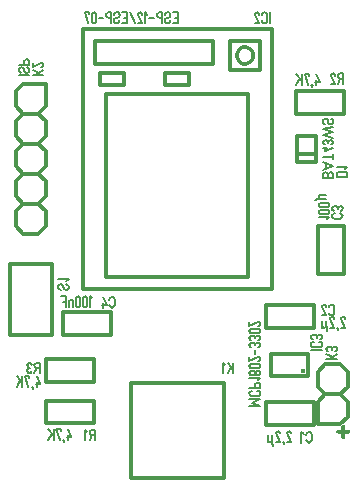
<source format=gbo>
%FSLAX35Y35*%
%MOIN*%
%IN7=Bestueckungsdruckunten(X.PosiBot)*%
%ADD10C,0.00197*%
%ADD11C,0.00205*%
%ADD12C,0.00256*%
%ADD13C,0.00500*%
%ADD14C,0.00512*%
%ADD15C,0.00591*%
%ADD16C,0.00768*%
%ADD17C,0.00787*%
%ADD18C,0.01181*%
%ADD19C,0.01575*%
%ADD20C,0.01969*%
%ADD21C,0.02362*%
%ADD22C,0.03150*%
%ADD23C,0.09843*%
%AMR_24*21,1,0.01181,0.01181,0,0,0.000*%
%ADD24R_24*%
%AMR_25*21,1,0.01969,0.01969,0,0,0.000*%
%ADD25R_25*%
%AMR_26*21,1,0.02362,0.04724,0,0,0.000*%
%ADD26R_26*%
%AMR_27*21,1,0.02756,0.04331,0,0,90.000*%
%ADD27R_27*%
%AMR_28*21,1,0.02953,0.04331,0,0,90.000*%
%ADD28R_28*%
%AMR_29*21,1,0.03150,0.04331,0,0,0.000*%
%ADD29R_29*%
%AMR_30*21,1,0.03150,0.04331,0,0,90.000*%
%ADD30R_30*%
%AMR_31*21,1,0.03150,0.04331,0,0,270.000*%
%ADD31R_31*%
%AMR_32*21,1,0.03543,0.04331,0,0,90.000*%
%ADD32R_32*%
%AMR_33*21,1,0.04724,0.02362,0,0,0.000*%
%ADD33R_33*%
%AMR_34*21,1,0.04724,0.07087,0,0,90.000*%
%ADD34R_34*%
%AMR_35*21,1,0.05000,0.02500,0,0,0.000*%
%ADD35R_35*%
%AMR_36*21,1,0.05512,0.05512,0,0,0.000*%
%ADD36R_36*%
%AMR_37*21,1,0.05512,0.05512,0,0,180.000*%
%ADD37R_37*%
%AMR_38*21,1,0.06250,0.06250,0,0,0.000*%
%ADD38R_38*%
%AMR_39*21,1,0.06250,0.07500,0,0,0.000*%
%ADD39R_39*%
%AMR_40*21,1,0.06693,0.04724,0,0,270.000*%
%ADD40R_40*%
%AMR_41*21,1,0.07500,0.07500,0,0,0.000*%
%ADD41R_41*%
%AMR_42*21,1,0.10236,0.05512,0,0,90.000*%
%ADD42R_42*%
%AMR_43*21,1,0.13189,0.07874,0,0,270.000*%
%ADD43R_43*%
%AMR_44*21,1,0.16250,0.19685,0,0,0.000*%
%ADD44R_44*%
%AMR_45*21,1,0.19685,0.19685,0,0,0.000*%
%ADD45R_45*%
%AMOCT_46*4,1,8,0.019685,0.013780,0.009843,0.023622,-0.009843,0.023622,-0.019685,0.013780,-0.019685,-0.013780,-0.009843,-0.023622,0.009843,-0.023622,0.019685,-0.013780,0.019685,0.013780,0.000*%
%ADD46OCT_46*%
%AMOCT_47*4,1,8,0.023622,0.009843,0.013780,0.019685,-0.013780,0.019685,-0.023622,0.009843,-0.023622,-0.009843,-0.013780,-0.019685,0.013780,-0.019685,0.023622,-0.009843,0.023622,0.009843,0.000*%
%ADD47OCT_47*%
%AMOCT_48*4,1,8,0.023622,0.011811,0.011811,0.023622,-0.011811,0.023622,-0.023622,0.011811,-0.023622,-0.011811,-0.011811,-0.023622,0.011811,-0.023622,0.023622,-0.011811,0.023622,0.011811,0.000*%
%ADD48OCT_48*%
%AMOCT_49*4,1,8,0.035433,0.017717,0.017717,0.035433,-0.017717,0.035433,-0.035433,0.017717,-0.035433,-0.017717,-0.017717,-0.035433,0.017717,-0.035433,0.035433,-0.017717,0.035433,0.017717,90.000*%
%ADD49OCT_49*%
%AMOCT_50*4,1,8,0.035433,0.017717,0.017717,0.035433,-0.017717,0.035433,-0.035433,0.017717,-0.035433,-0.017717,-0.017717,-0.035433,0.017717,-0.035433,0.035433,-0.017717,0.035433,0.017717,270.000*%
%ADD50OCT_50*%
%AMRR_51*21,1,0.01969,0.09843,0,0,180.000*21,1,0.01575,0.10236,0,0,180.000*1,1,0.00394,-0.00787,-0.04921*1,1,0.00394,0.00787,0.04921*1,1,0.00394,-0.00787,0.04921*1,1,0.00394,0.00787,-0.04921*%
%ADD51RR_51*%
%AMRR_52*21,1,0.02756,0.04173,0,0,180.000*21,1,0.02205,0.04724,0,0,180.000*1,1,0.00551,-0.01102,-0.02087*1,1,0.00551,0.01102,0.02087*1,1,0.00551,-0.01102,0.02087*1,1,0.00551,0.01102,-0.02087*%
%ADD52RR_52*%
%AMRR_53*21,1,0.02756,0.03346,0,0,180.000*21,1,0.01378,0.04724,0,0,180.000*1,1,0.01378,-0.00689,-0.01673*1,1,0.01378,0.00689,0.01673*1,1,0.01378,-0.00689,0.01673*1,1,0.01378,0.00689,-0.01673*%
%ADD53RR_53*%
%AMRR_54*21,1,0.07087,0.05669,0,0,90.000*21,1,0.05669,0.07087,0,0,90.000*1,1,0.01417,-0.02835,0.02835*1,1,0.01417,0.02835,-0.02835*1,1,0.01417,0.02835,0.02835*1,1,0.01417,-0.02835,-0.02835*%
%ADD54RR_54*%
%AMRR_55*21,1,0.07087,0.05669,0,0,270.000*21,1,0.05669,0.07087,0,0,270.000*1,1,0.01417,0.02835,-0.02835*1,1,0.01417,-0.02835,0.02835*1,1,0.01417,-0.02835,-0.02835*1,1,0.01417,0.02835,0.02835*%
%ADD55RR_55*%
%AMRR_56*21,1,0.08268,0.08583,0,0,180.000*21,1,0.06614,0.10236,0,0,180.000*1,1,0.01654,-0.03307,-0.04291*1,1,0.01654,0.03307,0.04291*1,1,0.01654,-0.03307,0.04291*1,1,0.01654,0.03307,-0.04291*%
%ADD56RR_56*%
%AMRR_57*21,1,0.08500,0.03400,0,0,0.000*21,1,0.07650,0.04250,0,0,0.000*1,1,0.00850,0.03825,0.01700*1,1,0.00850,-0.03825,-0.01700*1,1,0.00850,0.03825,-0.01700*1,1,0.00850,-0.03825,0.01700*%
%ADD57RR_57*%
%AMRR_58*21,1,0.10000,0.04000,0,0,0.000*21,1,0.09000,0.05000,0,0,0.000*1,1,0.01000,0.04500,0.02000*1,1,0.01000,-0.04500,-0.02000*1,1,0.01000,0.04500,-0.02000*1,1,0.01000,-0.04500,0.02000*%
%ADD58RR_58*%
%AMRR_59*21,1,0.10236,0.02756,0,0,90.000*21,1,0.07480,0.05512,0,0,90.000*1,1,0.02756,-0.01378,0.03740*1,1,0.02756,0.01378,-0.03740*1,1,0.02756,0.01378,0.03740*1,1,0.02756,-0.01378,-0.03740*%
%ADD59RR_59*%
G54D10*
X115730Y15831D02*
X112187Y15831D01*
X111895Y15710D01*
X111774Y15418D01*
X111895Y15126D01*
X112187Y15004D01*
X115730Y15004D01*
X116023Y15126D01*
X116144Y15418D01*
X116023Y15710D01*
X115730Y15831D01*
X111880Y15162D02*
X116038Y15162D01*
X111814Y15319D02*
X116103Y15319D01*
X111798Y15477D02*
X116119Y15477D01*
X111863Y15634D02*
X116054Y15634D01*
X112092Y15792D02*
X115825Y15792D01*
X114333Y13607D02*
X114333Y17229D01*
X114212Y17521D01*
X113919Y17642D01*
X113627Y17521D01*
X113506Y17229D01*
X113506Y13607D01*
X113627Y13314D01*
X113919Y13193D01*
X114212Y13314D01*
X114333Y13607D01*
X113612Y13351D02*
X114227Y13351D01*
X113547Y13508D02*
X114292Y13508D01*
X113506Y13666D02*
X114333Y13666D01*
X113506Y13823D02*
X114333Y13823D01*
X113506Y13981D02*
X114333Y13981D01*
X113506Y14138D02*
X114333Y14138D01*
X113506Y14296D02*
X114333Y14296D01*
X113506Y14453D02*
X114333Y14453D01*
X113506Y14611D02*
X114333Y14611D01*
X113506Y14768D02*
X114333Y14768D01*
X113506Y14926D02*
X114333Y14926D01*
X113506Y15083D02*
X114333Y15083D01*
X113506Y15241D02*
X114333Y15241D01*
X113506Y15398D02*
X114333Y15398D01*
X113506Y15556D02*
X114333Y15556D01*
X113506Y15713D02*
X114333Y15713D01*
X113506Y15871D02*
X114333Y15871D01*
X113506Y16028D02*
X114333Y16028D01*
X113506Y16186D02*
X114333Y16186D01*
X113506Y16343D02*
X114333Y16343D01*
X113506Y16500D02*
X114333Y16500D01*
X113506Y16658D02*
X114333Y16658D01*
X113506Y16815D02*
X114333Y16815D01*
X113506Y16973D02*
X114333Y16973D01*
X113506Y17130D02*
X114333Y17130D01*
X113530Y17288D02*
X114308Y17288D01*
X113596Y17445D02*
X114243Y17445D01*
X113824Y17603D02*
X114014Y17603D01*
G54D14*
X89557Y151505D02*
X89557Y155049D01*
X88671Y154183D02*
X88552Y154625D01*
X88228Y154950D01*
X87785Y155068D01*
X87342Y154950D01*
X87018Y154625D01*
X86899Y154183D01*
X88651Y154183D02*
X88651Y152372D01*
X86899Y152372D02*
X87018Y151929D01*
X87342Y151604D01*
X87785Y151486D01*
X88228Y151604D01*
X88552Y151929D01*
X88671Y152372D01*
X85974Y154340D02*
X85879Y154694D01*
X85620Y154954D01*
X85265Y155049D01*
X84911Y154954D01*
X84652Y154694D01*
X84557Y154340D01*
X85974Y151505D01*
X84557Y151505D01*
X57317Y155049D02*
X59089Y155049D01*
X59089Y153277D01*
X57869Y153277D01*
X59089Y153277D02*
X59089Y151505D01*
X57317Y151505D01*
X55546Y153277D02*
X55957Y153376D01*
X56278Y153650D01*
X56440Y154041D01*
X56407Y154462D01*
X56186Y154823D01*
X55826Y155044D01*
X55404Y155077D01*
X55014Y154915D01*
X54739Y154594D01*
X54640Y154183D01*
X55546Y153277D02*
X55100Y153168D01*
X54769Y152851D01*
X54641Y152411D01*
X54750Y151966D01*
X55066Y151634D01*
X55507Y151506D01*
X55952Y151615D01*
X56283Y151931D01*
X56412Y152372D01*
X53735Y151505D02*
X53735Y153277D01*
X52869Y153277D01*
X52869Y155068D02*
X52426Y154950D01*
X52101Y154625D01*
X51983Y154183D01*
X52101Y153740D01*
X52426Y153415D01*
X52869Y153297D01*
X52869Y155049D02*
X53735Y155049D01*
X53735Y153277D01*
X51058Y153277D02*
X49483Y153277D01*
X48577Y154340D02*
X47869Y155049D01*
X47869Y151505D01*
X46963Y154340D02*
X46868Y154694D01*
X46609Y154954D01*
X46254Y155049D01*
X45900Y154954D01*
X45641Y154694D01*
X45546Y154340D01*
X46963Y151505D01*
X45546Y151505D01*
X43065Y155049D02*
X44640Y151505D01*
X40388Y155049D02*
X42160Y155049D01*
X42160Y153277D01*
X40939Y153277D01*
X42160Y153277D02*
X42160Y151505D01*
X40388Y151505D01*
X38617Y153277D02*
X39028Y153376D01*
X39349Y153650D01*
X39511Y154041D01*
X39478Y154462D01*
X39257Y154823D01*
X38896Y155044D01*
X38475Y155077D01*
X38084Y154915D01*
X37810Y154594D01*
X37711Y154183D01*
X38617Y153277D02*
X38171Y153168D01*
X37840Y152851D01*
X37712Y152411D01*
X37820Y151966D01*
X38137Y151634D01*
X38577Y151506D01*
X39023Y151615D01*
X39354Y151931D01*
X39483Y152372D01*
X36806Y151505D02*
X36806Y153277D01*
X35939Y153277D01*
X35939Y155068D02*
X35497Y154950D01*
X35172Y154625D01*
X35054Y154183D01*
X35172Y153740D01*
X35497Y153415D01*
X35939Y153297D01*
X35939Y155049D02*
X36806Y155049D01*
X36806Y153277D01*
X34128Y153277D02*
X32554Y153277D01*
X30231Y154340D02*
X30231Y152214D01*
X31648Y154340D02*
X31553Y154694D01*
X31294Y154954D01*
X30939Y155049D01*
X30585Y154954D01*
X30326Y154694D01*
X30231Y154340D01*
X31648Y152214D02*
X31648Y154340D01*
X30231Y152214D02*
X30326Y151860D01*
X30585Y151600D01*
X30939Y151505D01*
X31294Y151600D01*
X31553Y151860D01*
X31648Y152214D01*
X29325Y154537D02*
X29325Y155049D01*
X27908Y155049D01*
X28971Y151505D01*
X82777Y23776D02*
X86320Y23776D01*
X83840Y24997D01*
X86320Y26256D01*
X82777Y26256D01*
X85454Y27142D02*
X85897Y27261D01*
X86221Y27585D01*
X86340Y28028D01*
X86221Y28471D01*
X85897Y28795D01*
X85454Y28914D01*
X85454Y27162D02*
X83643Y27162D01*
X83643Y28914D02*
X83200Y28795D01*
X82876Y28471D01*
X82757Y28028D01*
X82876Y27585D01*
X83200Y27261D01*
X83643Y27142D01*
X82777Y29839D02*
X84549Y29839D01*
X84549Y30705D01*
X86340Y30705D02*
X86221Y31148D01*
X85897Y31472D01*
X85454Y31591D01*
X85011Y31472D01*
X84687Y31148D01*
X84568Y30705D01*
X86320Y30705D02*
X86320Y29839D01*
X84549Y29839D01*
X85612Y32516D02*
X86320Y33225D01*
X82777Y33225D01*
X83998Y35548D02*
X83486Y35548D01*
X83998Y34130D02*
X84352Y34225D01*
X84611Y34485D01*
X84706Y34839D01*
X84611Y35193D01*
X84352Y35453D01*
X83998Y35548D01*
X83486Y34130D02*
X83998Y34130D01*
X83486Y35548D02*
X83131Y35453D01*
X82872Y35193D01*
X82777Y34839D01*
X82872Y34485D01*
X83131Y34225D01*
X83486Y34130D01*
X85612Y35548D02*
X85454Y35548D01*
X85612Y34130D02*
X85966Y34225D01*
X86225Y34485D01*
X86320Y34839D01*
X86225Y35193D01*
X85966Y35453D01*
X85612Y35548D01*
X85454Y34130D02*
X85612Y34130D01*
X85454Y35548D02*
X85100Y35453D01*
X84841Y35193D01*
X84746Y34839D01*
X84841Y34485D01*
X85100Y34225D01*
X85454Y34130D01*
X85612Y37871D02*
X83486Y37871D01*
X85612Y36453D02*
X85966Y36548D01*
X86225Y36808D01*
X86320Y37162D01*
X86225Y37516D01*
X85966Y37776D01*
X85612Y37871D01*
X83486Y36453D02*
X85612Y36453D01*
X83486Y37871D02*
X83131Y37776D01*
X82872Y37516D01*
X82777Y37162D01*
X82872Y36808D01*
X83131Y36548D01*
X83486Y36453D01*
X85612Y38776D02*
X85966Y38871D01*
X86225Y39130D01*
X86320Y39485D01*
X86225Y39839D01*
X85966Y40098D01*
X85612Y40193D01*
X82777Y38776D01*
X82777Y40193D01*
X84549Y41099D02*
X84549Y42674D01*
X83486Y44997D02*
X83131Y44902D01*
X82872Y44642D01*
X82777Y44288D01*
X82872Y43934D01*
X83131Y43674D01*
X83486Y43579D01*
X83998Y44997D02*
X83486Y44997D01*
X84706Y44288D02*
X84611Y44642D01*
X84352Y44902D01*
X83998Y44997D01*
X84706Y44091D02*
X84706Y44288D01*
X84706Y44091D01*
X85454Y44997D02*
X85087Y44909D01*
X84814Y44649D01*
X84706Y44288D01*
X85612Y44997D02*
X85454Y44997D01*
X85612Y43579D02*
X85966Y43674D01*
X86225Y43934D01*
X86320Y44288D01*
X86225Y44642D01*
X85966Y44902D01*
X85612Y44997D01*
X83486Y47319D02*
X83131Y47224D01*
X82872Y46965D01*
X82777Y46611D01*
X82872Y46256D01*
X83131Y45997D01*
X83486Y45902D01*
X83998Y47319D02*
X83486Y47319D01*
X84706Y46611D02*
X84611Y46965D01*
X84352Y47224D01*
X83998Y47319D01*
X84706Y46414D02*
X84706Y46611D01*
X84706Y46414D01*
X85454Y47319D02*
X85087Y47232D01*
X84814Y46972D01*
X84706Y46611D01*
X85612Y47319D02*
X85454Y47319D01*
X85612Y45902D02*
X85966Y45997D01*
X86225Y46256D01*
X86320Y46611D01*
X86225Y46965D01*
X85966Y47224D01*
X85612Y47319D01*
X85612Y49642D02*
X83486Y49642D01*
X85612Y48225D02*
X85966Y48320D01*
X86225Y48579D01*
X86320Y48934D01*
X86225Y49288D01*
X85966Y49547D01*
X85612Y49642D01*
X83486Y48225D02*
X85612Y48225D01*
X83486Y49642D02*
X83131Y49547D01*
X82872Y49288D01*
X82777Y48934D01*
X82872Y48579D01*
X83131Y48320D01*
X83486Y48225D01*
X85612Y50548D02*
X85966Y50643D01*
X86225Y50902D01*
X86320Y51256D01*
X86225Y51611D01*
X85966Y51870D01*
X85612Y51965D01*
X82777Y50548D01*
X82777Y51965D01*
X103402Y42526D02*
X106945Y42526D01*
X106079Y43412D02*
X106522Y43531D01*
X106846Y43855D01*
X106965Y44298D01*
X106846Y44741D01*
X106522Y45065D01*
X106079Y45184D01*
X106079Y43432D02*
X104268Y43432D01*
X104268Y45184D02*
X103825Y45065D01*
X103501Y44741D01*
X103382Y44298D01*
X103501Y43855D01*
X103825Y43531D01*
X104268Y43412D01*
X104111Y47526D02*
X103756Y47431D01*
X103497Y47172D01*
X103402Y46817D01*
X103497Y46463D01*
X103756Y46204D01*
X104111Y46109D01*
X104623Y47526D02*
X104111Y47526D01*
X105331Y46817D02*
X105236Y47172D01*
X104977Y47431D01*
X104623Y47526D01*
X105331Y46621D02*
X105331Y46817D01*
X105331Y46621D01*
X106079Y47526D02*
X105712Y47438D01*
X105439Y47179D01*
X105331Y46817D01*
X106237Y47526D02*
X106079Y47526D01*
X106237Y46109D02*
X106591Y46204D01*
X106850Y46463D01*
X106945Y46817D01*
X106850Y47172D01*
X106591Y47431D01*
X106237Y47526D01*
X77391Y34763D02*
X77391Y38307D01*
X77391Y35984D02*
X75620Y38307D01*
X76683Y36889D02*
X75620Y34763D01*
X74714Y37598D02*
X74005Y38307D01*
X74005Y34763D01*
X103557Y14272D02*
X103439Y14715D01*
X103114Y15039D01*
X102671Y15158D01*
X102228Y15039D01*
X101904Y14715D01*
X101786Y14272D01*
X103538Y14272D02*
X103538Y12461D01*
X101786Y12461D02*
X101904Y12018D01*
X102228Y11694D01*
X102671Y11575D01*
X103114Y11694D01*
X103439Y12018D01*
X103557Y12461D01*
X100860Y14429D02*
X100152Y15138D01*
X100152Y11595D01*
X96615Y14691D02*
X96520Y15045D01*
X96260Y15304D01*
X95906Y15399D01*
X95552Y15304D01*
X95292Y15045D01*
X95197Y14691D01*
X96615Y11856D01*
X95197Y11856D01*
X94292Y11856D02*
X93938Y11856D01*
X94253Y11147D01*
X93032Y14691D02*
X92937Y15045D01*
X92678Y15304D01*
X92323Y15399D01*
X91969Y15304D01*
X91710Y15045D01*
X91615Y14691D01*
X93032Y11856D01*
X91615Y11856D01*
X90355Y14179D02*
X90355Y12565D01*
X88918Y12565D02*
X89015Y12201D01*
X89282Y11934D01*
X89646Y11836D01*
X90010Y11934D01*
X90277Y12201D01*
X90375Y12565D01*
X88898Y14179D02*
X88898Y11856D01*
X90355Y12565D02*
X90433Y11601D01*
X90709Y10675D01*
X111057Y56772D02*
X110939Y57215D01*
X110614Y57539D01*
X110171Y57658D01*
X109728Y57539D01*
X109404Y57215D01*
X109286Y56772D01*
X111038Y56772D02*
X111038Y54961D01*
X109286Y54961D02*
X109404Y54518D01*
X109728Y54194D01*
X110171Y54075D01*
X110614Y54194D01*
X110939Y54518D01*
X111057Y54961D01*
X108360Y56929D02*
X108265Y57284D01*
X108006Y57543D01*
X107652Y57638D01*
X107297Y57543D01*
X107038Y57284D01*
X106943Y56929D01*
X108360Y54095D01*
X106943Y54095D01*
X114740Y52816D02*
X114645Y53170D01*
X114385Y53429D01*
X114031Y53524D01*
X113677Y53429D01*
X113417Y53170D01*
X113322Y52816D01*
X114740Y49981D01*
X113322Y49981D01*
X112417Y49981D02*
X112063Y49981D01*
X112378Y49272D01*
X111157Y52816D02*
X111062Y53170D01*
X110803Y53429D01*
X110448Y53524D01*
X110094Y53429D01*
X109835Y53170D01*
X109740Y52816D01*
X111157Y49981D01*
X109740Y49981D01*
X108480Y52304D02*
X108480Y50690D01*
X107043Y50690D02*
X107140Y50326D01*
X107407Y50059D01*
X107771Y49961D01*
X108135Y50059D01*
X108402Y50326D01*
X108500Y50690D01*
X107023Y52304D02*
X107023Y49981D01*
X108480Y50690D02*
X108558Y49726D01*
X108834Y48800D01*
X37932Y59272D02*
X37814Y59715D01*
X37489Y60039D01*
X37046Y60158D01*
X36603Y60039D01*
X36279Y59715D01*
X36161Y59272D01*
X37913Y59272D02*
X37913Y57461D01*
X36161Y57461D02*
X36279Y57018D01*
X36603Y56694D01*
X37046Y56575D01*
X37489Y56694D01*
X37814Y57018D01*
X37932Y57461D01*
X34172Y60138D02*
X35235Y57461D01*
X33818Y57461D01*
X34172Y58169D02*
X34172Y56595D01*
X30365Y59691D02*
X29656Y60399D01*
X29656Y56856D01*
X27333Y59691D02*
X27333Y57565D01*
X28751Y59691D02*
X28656Y60045D01*
X28396Y60304D01*
X28042Y60399D01*
X27688Y60304D01*
X27428Y60045D01*
X27333Y59691D01*
X28751Y57565D02*
X28751Y59691D01*
X27333Y57565D02*
X27428Y57210D01*
X27688Y56951D01*
X28042Y56856D01*
X28396Y56951D01*
X28656Y57210D01*
X28751Y57565D01*
X25010Y59691D02*
X25010Y57565D01*
X26428Y59691D02*
X26333Y60045D01*
X26073Y60304D01*
X25719Y60399D01*
X25365Y60304D01*
X25105Y60045D01*
X25010Y59691D01*
X26428Y57565D02*
X26428Y59691D01*
X25010Y57565D02*
X25105Y57210D01*
X25365Y56951D01*
X25719Y56856D01*
X26073Y56951D01*
X26333Y57210D01*
X26428Y57565D01*
X24105Y56856D02*
X24105Y59179D01*
X24105Y58431D02*
X24010Y58785D01*
X23751Y59045D01*
X23396Y59140D01*
X23042Y59045D01*
X22782Y58785D01*
X22688Y58431D01*
X22688Y56856D01*
X20010Y60399D02*
X21782Y60399D01*
X21782Y58628D01*
X20562Y58628D01*
X21782Y58628D02*
X21782Y56856D01*
X31294Y12405D02*
X31294Y15949D01*
X30428Y15949D01*
X30428Y15968D02*
X29985Y15850D01*
X29661Y15525D01*
X29542Y15083D01*
X29661Y14640D01*
X29985Y14315D01*
X30428Y14197D01*
X30428Y14177D02*
X31294Y14177D01*
X30428Y14177D02*
X29522Y12405D01*
X28617Y15240D02*
X27908Y15949D01*
X27908Y12405D01*
X11987Y33812D02*
X13050Y31135D01*
X11632Y31135D01*
X11987Y31844D02*
X11987Y30269D01*
X10727Y30269D02*
X10372Y30269D01*
X10687Y29560D01*
X9467Y33300D02*
X9467Y33812D01*
X8050Y33812D01*
X9113Y30269D01*
X7144Y30269D02*
X7144Y33812D01*
X7144Y31489D02*
X5372Y33812D01*
X6435Y32395D02*
X5372Y30269D01*
X113961Y131155D02*
X113961Y134699D01*
X113095Y134699D01*
X113095Y134718D02*
X112652Y134600D01*
X112328Y134275D01*
X112209Y133833D01*
X112328Y133390D01*
X112652Y133065D01*
X113095Y132947D01*
X113095Y132927D02*
X113961Y132927D01*
X113095Y132927D02*
X112190Y131155D01*
X111284Y133990D02*
X111189Y134344D01*
X110930Y134604D01*
X110576Y134699D01*
X110221Y134604D01*
X109962Y134344D01*
X109867Y133990D01*
X111284Y131155D01*
X109867Y131155D01*
X105112Y134437D02*
X106175Y131760D01*
X104757Y131760D01*
X105112Y132469D02*
X105112Y130894D01*
X103852Y130894D02*
X103497Y130894D01*
X103812Y130185D01*
X102592Y133925D02*
X102592Y134437D01*
X101175Y134437D01*
X102238Y130894D01*
X100269Y130894D02*
X100269Y134437D01*
X100269Y132114D02*
X98497Y134437D01*
X99560Y133020D02*
X98497Y130894D01*
X12913Y34720D02*
X12913Y38263D01*
X12046Y38263D01*
X12046Y38283D02*
X11603Y38164D01*
X11279Y37840D01*
X11161Y37397D01*
X11279Y36954D01*
X11603Y36630D01*
X12046Y36511D01*
X12046Y36491D02*
X12913Y36491D01*
X12046Y36491D02*
X11141Y34720D01*
X8818Y35428D02*
X8913Y35074D01*
X9172Y34815D01*
X9527Y34720D01*
X9881Y34815D01*
X10140Y35074D01*
X10235Y35428D01*
X8818Y35940D02*
X8818Y35428D01*
X9527Y36649D02*
X9172Y36554D01*
X8913Y36294D01*
X8818Y35940D01*
X9724Y36649D02*
X9527Y36649D01*
X9724Y36649D01*
X8818Y37397D02*
X8906Y37030D01*
X9165Y36756D01*
X9527Y36649D01*
X8818Y37554D02*
X8818Y37397D01*
X10235Y37554D02*
X10140Y37909D01*
X9881Y38168D01*
X9527Y38263D01*
X9172Y38168D01*
X8913Y37909D01*
X8818Y37554D01*
X22427Y16024D02*
X23490Y13347D01*
X22072Y13347D01*
X22427Y14056D02*
X22427Y12481D01*
X21167Y12481D02*
X20813Y12481D01*
X21128Y11772D01*
X19907Y15513D02*
X19907Y16024D01*
X18490Y16024D01*
X19553Y12481D01*
X17584Y12481D02*
X17584Y16024D01*
X17584Y13702D02*
X15813Y16024D01*
X16876Y14607D02*
X15813Y12481D01*
X10550Y134049D02*
X14093Y134049D01*
X11770Y134049D02*
X14093Y135820D01*
X12676Y134757D02*
X10550Y135820D01*
X13384Y136726D02*
X13739Y136821D01*
X13998Y137080D01*
X14093Y137435D01*
X13998Y137789D01*
X13739Y138048D01*
X13384Y138143D01*
X10550Y136726D01*
X10550Y138143D01*
X5875Y134049D02*
X9419Y134049D01*
X7647Y135820D02*
X7746Y135409D01*
X8020Y135088D01*
X8411Y134926D01*
X8832Y134959D01*
X9193Y135180D01*
X9414Y135541D01*
X9447Y135962D01*
X9285Y136353D01*
X8964Y136627D01*
X8553Y136726D01*
X7647Y135820D02*
X7538Y136266D01*
X7221Y136597D01*
X6781Y136725D01*
X6336Y136617D01*
X6004Y136300D01*
X5876Y135860D01*
X5985Y135414D01*
X6302Y135083D01*
X6742Y134954D01*
X5875Y137631D02*
X7647Y137631D01*
X7647Y138498D01*
X9438Y138498D02*
X9320Y138940D01*
X8996Y139265D01*
X8553Y139383D01*
X8110Y139265D01*
X7786Y138940D01*
X7667Y138498D01*
X9419Y138498D02*
X9419Y137631D01*
X7647Y137631D01*
X108450Y39388D02*
X111994Y39388D01*
X109671Y39388D02*
X111994Y41159D01*
X110576Y40096D02*
X108450Y41159D01*
X109159Y43482D02*
X108805Y43387D01*
X108545Y43128D01*
X108450Y42774D01*
X108545Y42419D01*
X108805Y42160D01*
X109159Y42065D01*
X109671Y43482D02*
X109159Y43482D01*
X110379Y42774D02*
X110284Y43128D01*
X110025Y43387D01*
X109671Y43482D01*
X110379Y42577D02*
X110379Y42774D01*
X110379Y42577D01*
X111127Y43482D02*
X110761Y43395D01*
X110487Y43135D01*
X110379Y42774D01*
X111285Y43482D02*
X111127Y43482D01*
X111285Y42065D02*
X111639Y42160D01*
X111899Y42419D01*
X111994Y42774D01*
X111899Y43128D01*
X111639Y43387D01*
X111285Y43482D01*
X112773Y101897D02*
X112332Y101768D01*
X112015Y101437D01*
X111906Y100991D01*
X111906Y100125D01*
X115450Y100125D01*
X115450Y100991D01*
X115341Y101437D01*
X115024Y101768D01*
X114584Y101897D01*
X112773Y101897D01*
X114741Y102802D02*
X115450Y103511D01*
X111906Y103511D01*
X108991Y100819D02*
X108991Y99953D01*
X110782Y100819D02*
X110663Y101262D01*
X110339Y101586D01*
X109896Y101705D01*
X109453Y101586D01*
X109129Y101262D01*
X109010Y100819D01*
X110762Y99953D02*
X110762Y100819D01*
X107219Y99953D02*
X110762Y99953D01*
X107219Y100819D02*
X107219Y99953D01*
X108971Y100819D02*
X108852Y101262D01*
X108528Y101586D01*
X108085Y101705D01*
X107642Y101586D01*
X107318Y101262D01*
X107199Y100819D01*
X107219Y102630D02*
X110762Y103850D01*
X107219Y105110D01*
X108282Y102984D02*
X108282Y104756D01*
X110762Y106016D02*
X110762Y107787D01*
X110762Y106882D02*
X107219Y106882D01*
X110762Y109756D02*
X108085Y108693D01*
X108085Y110110D01*
X108794Y109756D02*
X107219Y109756D01*
X107928Y112433D02*
X107573Y112338D01*
X107314Y112079D01*
X107219Y111724D01*
X107314Y111370D01*
X107573Y111111D01*
X107928Y111016D01*
X108439Y112433D02*
X107928Y112433D01*
X109148Y111724D02*
X109053Y112079D01*
X108794Y112338D01*
X108439Y112433D01*
X109148Y111528D02*
X109148Y111724D01*
X109148Y111528D01*
X109896Y112433D02*
X109529Y112345D01*
X109255Y112086D01*
X109148Y111724D01*
X110054Y112433D02*
X109896Y112433D01*
X110054Y111016D02*
X110408Y111111D01*
X110667Y111370D01*
X110762Y111724D01*
X110667Y112079D01*
X110408Y112338D01*
X110054Y112433D01*
X110762Y113339D02*
X107219Y114205D01*
X110762Y115110D01*
X107219Y116016D01*
X110762Y116882D01*
X108991Y118654D02*
X109089Y118242D01*
X109364Y117921D01*
X109755Y117759D01*
X110176Y117792D01*
X110536Y118013D01*
X110757Y118374D01*
X110791Y118795D01*
X110629Y119186D01*
X110307Y119460D01*
X109896Y119559D01*
X108991Y118654D02*
X108882Y119099D01*
X108565Y119430D01*
X108125Y119559D01*
X107679Y119450D01*
X107348Y119133D01*
X107219Y118693D01*
X107328Y118247D01*
X107645Y117916D01*
X108085Y117787D01*
X20772Y63533D02*
X20871Y63122D01*
X21145Y62800D01*
X21536Y62639D01*
X21957Y62672D01*
X22318Y62893D01*
X22539Y63253D01*
X22572Y63675D01*
X22410Y64065D01*
X22089Y64340D01*
X21678Y64438D01*
X20772Y63533D02*
X20663Y63978D01*
X20346Y64310D01*
X19906Y64438D01*
X19461Y64329D01*
X19129Y64012D01*
X19001Y63572D01*
X19110Y63127D01*
X19427Y62795D01*
X19867Y62667D01*
X21835Y65344D02*
X22544Y66053D01*
X19000Y66053D01*
X113026Y86287D02*
X113469Y86406D01*
X113793Y86730D01*
X113912Y87173D01*
X113793Y87616D01*
X113469Y87940D01*
X113026Y88059D01*
X113026Y86307D02*
X111215Y86307D01*
X111215Y88059D02*
X110772Y87940D01*
X110448Y87616D01*
X110329Y87173D01*
X110448Y86730D01*
X110772Y86406D01*
X111215Y86287D01*
X111058Y90401D02*
X110703Y90306D01*
X110444Y90047D01*
X110349Y89692D01*
X110444Y89338D01*
X110703Y89079D01*
X111058Y88984D01*
X111569Y90401D02*
X111058Y90401D01*
X112278Y89692D02*
X112183Y90047D01*
X111924Y90306D01*
X111569Y90401D01*
X112278Y89496D02*
X112278Y89692D01*
X112278Y89496D01*
X113026Y90401D02*
X112659Y90313D01*
X112385Y90054D01*
X112278Y89692D01*
X113184Y90401D02*
X113026Y90401D01*
X113184Y88984D02*
X113538Y89079D01*
X113797Y89338D01*
X113892Y89692D01*
X113797Y90047D01*
X113538Y90306D01*
X113184Y90401D01*
X108772Y86250D02*
X109480Y86958D01*
X105937Y86958D01*
X108772Y89281D02*
X106646Y89281D01*
X108772Y87864D02*
X109126Y87959D01*
X109385Y88218D01*
X109480Y88572D01*
X109385Y88927D01*
X109126Y89186D01*
X108772Y89281D01*
X106646Y87864D02*
X108772Y87864D01*
X106646Y89281D02*
X106291Y89186D01*
X106032Y88927D01*
X105937Y88572D01*
X106032Y88218D01*
X106291Y87959D01*
X106646Y87864D01*
X108772Y91604D02*
X106646Y91604D01*
X108772Y90187D02*
X109126Y90281D01*
X109385Y90541D01*
X109480Y90895D01*
X109385Y91250D01*
X109126Y91509D01*
X108772Y91604D01*
X106646Y90187D02*
X108772Y90187D01*
X106646Y91604D02*
X106291Y91509D01*
X106032Y91250D01*
X105937Y90895D01*
X106032Y90541D01*
X106291Y90281D01*
X106646Y90187D01*
X108260Y92864D02*
X106646Y92864D01*
X106646Y94301D02*
X106281Y94203D01*
X106015Y93937D01*
X105917Y93572D01*
X106015Y93208D01*
X106281Y92942D01*
X106646Y92844D01*
X108260Y94320D02*
X105937Y94320D01*
X106646Y92864D02*
X105682Y92785D01*
X104756Y92509D01*
G54D18*
X27253Y149557D02*
X90246Y149557D01*
X90246Y62942D01*
X27253Y62942D01*
X27253Y149557D01*
X35127Y127903D02*
X82372Y127903D01*
X82372Y66879D02*
X82372Y127903D01*
X82372Y66879D02*
X35127Y66879D01*
X35127Y127903D01*
X70561Y145620D02*
X31190Y145620D01*
X70561Y137746D02*
X70561Y145620D01*
X70561Y137746D02*
X31190Y137746D01*
X31190Y145620D01*
X76466Y145620D02*
X86309Y145620D01*
X86309Y135777D01*
X76466Y135777D02*
X86309Y135777D01*
X76466Y135777D02*
X76466Y145620D01*
X84171Y140698D02*
X84048Y141519D01*
X83687Y142267D01*
X83123Y142875D01*
X82404Y143290D01*
X81595Y143474D01*
X80768Y143412D01*
X79995Y143109D01*
X79347Y142592D01*
X78879Y141906D01*
X78635Y141113D01*
X78635Y140283D01*
X78879Y139490D01*
X79347Y138805D01*
X79995Y138287D01*
X80768Y137984D01*
X81595Y137922D01*
X82404Y138107D01*
X83123Y138522D01*
X83687Y139130D01*
X84048Y139878D01*
X84171Y140698D01*
X41033Y134793D02*
X33159Y134793D01*
X41033Y130856D02*
X41033Y134793D01*
X41033Y130856D02*
X33159Y130856D01*
X33159Y134793D01*
X62687Y134793D02*
X54812Y134793D01*
X62687Y134793D02*
X62687Y130856D01*
X54812Y130856D01*
X54812Y134793D02*
X54812Y130856D01*
X102352Y41043D02*
X90147Y41043D01*
X90147Y33956D01*
X102352Y33956D01*
X102352Y41043D01*
X74301Y0D02*
X74301Y31417D01*
X74301Y0D02*
X43198Y0D01*
X43198Y31417D01*
X74301Y31417D02*
X43198Y31417D01*
X104250Y25050D02*
X88250Y25050D01*
X88250Y17450D01*
X104250Y17450D01*
X104250Y25050D02*
X104250Y17450D01*
X104250Y57550D02*
X88250Y57550D01*
X88250Y49950D01*
X104250Y49950D01*
X104250Y57550D02*
X104250Y49950D01*
X36750Y55050D02*
X20750Y55050D01*
X20750Y47450D01*
X36750Y47450D01*
X36750Y55050D02*
X36750Y47450D01*
X15125Y31825D02*
X31125Y31825D01*
X31125Y39425D01*
X15125Y39425D01*
X15125Y31825D02*
X15125Y39425D01*
X98250Y121200D02*
X114250Y121200D01*
X114250Y128800D01*
X98250Y128800D01*
X98250Y121200D02*
X98250Y128800D01*
X31125Y25675D02*
X15125Y25675D01*
X15125Y18075D01*
X31125Y18075D01*
X31125Y25675D02*
X31125Y18075D01*
X5000Y128750D02*
X5000Y123750D01*
X7500Y121250D01*
X12500Y121250D02*
X15000Y123750D01*
X7500Y131250D02*
X15000Y131250D01*
X5000Y128750D02*
X7500Y131250D01*
X15000Y123750D02*
X15000Y131250D01*
X5000Y98750D02*
X5000Y93750D01*
X7500Y91250D01*
X12500Y91250D01*
X15000Y93750D01*
X7500Y111250D02*
X5000Y108750D01*
X5000Y103750D01*
X7500Y101250D01*
X12500Y101250D01*
X15000Y103750D01*
X15000Y108750D01*
X12500Y111250D01*
X5000Y98750D02*
X7500Y101250D01*
X12500Y101250D02*
X15000Y98750D01*
X15000Y93750D02*
X15000Y98750D01*
X7500Y121250D02*
X12500Y121250D01*
X7500Y121250D02*
X5000Y118750D01*
X5000Y113750D01*
X7500Y111250D01*
X12500Y111250D01*
X15000Y113750D01*
X15000Y118750D01*
X12500Y121250D01*
X5000Y88750D02*
X5000Y83750D01*
X7500Y81250D01*
X12500Y81250D01*
X15000Y83750D01*
X5000Y88750D02*
X7500Y91250D01*
X12500Y91250D02*
X15000Y88750D01*
X15000Y83750D02*
X15000Y88750D01*
X115625Y20312D02*
X115625Y25312D01*
X113125Y27812D01*
X108125Y27812D01*
X105625Y25312D01*
X113125Y17812D02*
X105625Y17812D01*
X115625Y20312D02*
X113125Y17812D01*
X105625Y25312D02*
X105625Y17812D01*
X113125Y27812D02*
X115625Y30312D01*
X115625Y35312D01*
X113125Y37812D01*
X108125Y37812D01*
X105625Y35312D01*
X105625Y30312D01*
X108125Y27812D01*
X98725Y107812D02*
X105024Y107812D01*
X105024Y113732D02*
X98725Y113732D01*
X105024Y113732D02*
X105024Y105017D01*
X98725Y105017D01*
X98725Y113732D02*
X98725Y105017D01*
X3110Y71186D02*
X16889Y71186D01*
X16889Y47563D01*
X3110Y47563D01*
X3110Y71186D01*
X114429Y67965D02*
X114429Y83909D01*
X105570Y83909D01*
X105570Y67965D01*
X114429Y67965D01*
G54D19*
X100625Y35625D03*
M02*

</source>
